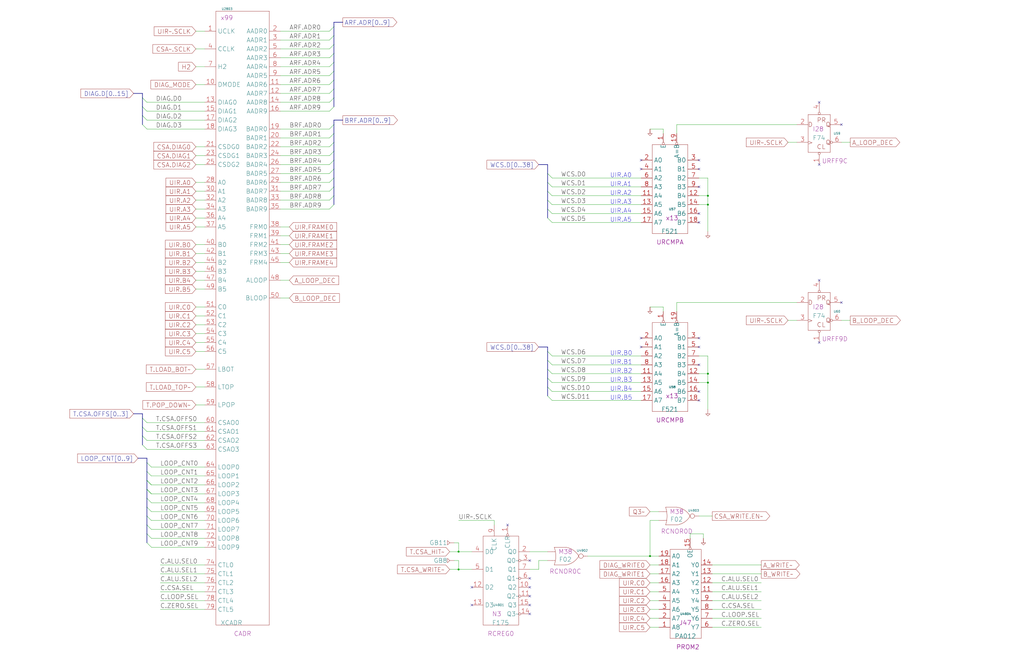
<source format=kicad_sch>
(kicad_sch (version 20230121) (generator eeschema)
  (paper "User" 584.2 378.46)
  (title_block (title "REGISTER FILE CONTROL\\nC ADDRESS GENERATION") (date "15-MAR-90") (rev "1.0") (comment 1 "TYPE") (comment 2 "232-003062") (comment 3 "S400") (comment 4 "RELEASED"))
  (lib_symbols
    (symbol "r1000:F02" (pin_numbers hide) (pin_names hide)
      (property "Reference" "U" (at 12.16 0.635 0))
      (property "Value" "F02" (at -1.27 -4.445 0))
      (property "Location" "___" (at 2.54 0 0))
      (property "Name" "______" (at 2.54 -12.7 0))
      (symbol "F02_0_1"
        (arc (start -3.81 -7.62) (mid -2.9847 -2.54) (end -3.81 2.54) (stroke (width 0.1524)))
        (polyline (pts (xy -5.08 -5.08) (xy -3.175 -5.08)) (stroke (width 0.1524)))
        (polyline (pts (xy -5.08 0) (xy -3.175 0)) (stroke (width 0.1524)))
        (polyline (pts (xy -3.81 -7.62) (xy 2.54 -7.62)) (stroke (width 0.1524)))
        (polyline (pts (xy -3.81 2.54) (xy 2.54 2.54)) (stroke (width 0.1524)))
        (polyline (pts (xy 13.97 -2.54) (xy 12.7 -2.54)) (stroke (width 0.1524)))
        (arc (start 2.54 -7.62) (mid 6.9515 -5.9823) (end 10.16 -2.54) (stroke (width 0.1524)))
        (arc (start 10.16 -2.54) (mid 6.9478 0.8966) (end 2.54 2.54) (stroke (width 0.1524)))
        (circle (center 11.43 -2.54) (radius 1.27) (stroke (width 0.1524)))
      )
      (symbol "F02_0_2"
        (circle (center -3.81 -5.08) (radius 1.27) (stroke (width 0.1524)))
        (circle (center -3.81 0) (radius 1.27) (stroke (width 0.1524)))
        (polyline (pts (xy -2.54 -7.62) (xy 5.08 -7.62)) (stroke (width 0.1524)))
        (polyline (pts (xy -2.54 2.54) (xy -2.54 -7.62)) (stroke (width 0.1524)))
        (polyline (pts (xy -2.54 2.54) (xy 5.08 2.54)) (stroke (width 0.1524)))
        (polyline (pts (xy 11.43 -2.54) (xy 10.16 -2.54)) (stroke (width 0.1524)))
        (polyline (pts (xy 11.43 -2.54) (xy 12.7 -2.54)) (stroke (width 0.1524)))
        (arc (start 5.08 -7.62) (mid 10.1282 -2.54) (end 5.08 2.54) (stroke (width 0.1524)))
      )
      (symbol "F02_1_1"
        (pin input line (at -7.62 0 0) (length 2.54) (name "D0") (number "1"))
        (pin input line (at -7.62 -5.08 0) (length 2.54) (name "D1") (number "2"))
        (pin output line (at 15.24 -2.54 180) (length 1.27) (name "Q") (number "3"))
      )
      (symbol "F02_1_2"
        (pin input line (at -7.62 0 0) (length 2.54) (name "D0") (number "1"))
        (pin input line (at -7.62 -5.08 0) (length 2.54) (name "D1") (number "2"))
        (pin output line (at 15.24 -2.54 180) (length 2.54) (name "Q") (number "3"))
      )
    )
    (symbol "r1000:F175" (pin_names (offset 1.016))
      (property "Reference" "U" (at 2.54 5.08 0))
      (property "Value" "F175" (at -1.27 -5.08 0))
      (property "Location" "___" (at -1.27 0 0))
      (property "Name" "______" (at 3.81 -12.7 0))
      (symbol "F175_1_1"
        (rectangle (start -6.35 44.45) (end 13.97 -6.35))
        (circle (center 7.62 45.085) (radius 0.635))
        (circle (center 14.605 0) (radius 0.635))
        (circle (center 14.605 10.16) (radius 0.635))
        (circle (center 14.605 20.32) (radius 0.635))
        (circle (center 14.605 30.48) (radius 0.635))
        (pin input line (at 7.62 50.8 270) (length 5.08) (name "CLR") (number "1"))
        (pin output line (at 20.32 15.24 180) (length 6.35) (name "Q2") (number "10"))
        (pin output line (at 20.32 10.16 180) (length 5.08) (name "Q2~") (number "11"))
        (pin input line (at -12.7 15.24 0) (length 6.35) (name "D2") (number "12"))
        (pin input line (at -12.7 5.08 0) (length 6.35) (name "D3") (number "13"))
        (pin output line (at 20.32 0 180) (length 5.08) (name "Q3~") (number "14"))
        (pin output line (at 20.32 5.08 180) (length 6.35) (name "Q3") (number "15"))
        (pin output line (at 20.32 35.56 180) (length 6.35) (name "Q0") (number "2"))
        (pin output line (at 20.32 30.48 180) (length 5.08) (name "Q0~") (number "3"))
        (pin input line (at -12.7 35.56 0) (length 6.35) (name "D0") (number "4"))
        (pin input line (at -12.7 25.4 0) (length 6.35) (name "D1") (number "5"))
        (pin output line (at 20.32 20.32 180) (length 5.08) (name "Q1~") (number "6"))
        (pin output line (at 20.32 25.4 180) (length 6.35) (name "Q1") (number "7"))
        (pin input line (at 0 50.8 270) (length 6.35) (name "CLK") (number "9"))
      )
    )
    (symbol "r1000:F521" (pin_names (offset 1.016))
      (property "Reference" "U" (at 2.54 5.08 0))
      (property "Value" "F521" (at -3.81 -7.62 0))
      (property "Location" "___" (at -1.27 0 0))
      (property "Name" "______" (at 1.27 -15.24 0))
      (symbol "F521_1_1"
        (rectangle (start -8.89 41.91) (end 11.43 -8.89))
        (circle (center -2.54 42.545) (radius 0.635))
        (circle (center 5.08 42.545) (radius 0.635))
        (pin input line (at -2.54 48.26 270) (length 5.08) (name "E") (number "1"))
        (pin input line (at -15.24 12.7 0) (length 6.35) (name "A4") (number "11"))
        (pin input line (at 17.78 12.7 180) (length 6.35) (name "B4") (number "12"))
        (pin input line (at -15.24 7.62 0) (length 6.35) (name "A5") (number "13"))
        (pin input line (at 17.78 7.62 180) (length 6.35) (name "B5") (number "14"))
        (pin input line (at -15.24 2.54 0) (length 6.35) (name "A6") (number "15"))
        (pin input line (at 17.78 2.54 180) (length 6.35) (name "B6") (number "16"))
        (pin input line (at -15.24 -2.54 0) (length 6.35) (name "A7") (number "17"))
        (pin input line (at 17.78 -2.54 180) (length 6.35) (name "B7") (number "18"))
        (pin output line (at 5.08 48.26 270) (length 5.08) (name "A=B") (number "19"))
        (pin input line (at -15.24 33.02 0) (length 6.35) (name "A0") (number "2"))
        (pin input line (at 17.78 33.02 180) (length 6.35) (name "B0") (number "3"))
        (pin input line (at -15.24 27.94 0) (length 6.35) (name "A1") (number "4"))
        (pin input line (at 17.78 27.94 180) (length 6.35) (name "B1") (number "5"))
        (pin input line (at -15.24 22.86 0) (length 6.35) (name "A2") (number "6"))
        (pin input line (at 17.78 22.86 180) (length 6.35) (name "B2") (number "7"))
        (pin input line (at -15.24 17.78 0) (length 6.35) (name "A3") (number "8"))
        (pin input line (at 17.78 17.78 180) (length 6.35) (name "B3") (number "9"))
      )
    )
    (symbol "r1000:F74" (pin_names (offset 1.016) hide)
      (property "Reference" "U" (at 12.7 -2.54 0))
      (property "Value" "F74" (at -1.27 -5.08 0))
      (property "Location" "___" (at -1.27 0 0))
      (property "Name" "______" (at 11.43 -19.685 0))
      (symbol "F74_0_1"
        (rectangle (start -3.81 8.255) (end 8.89 -13.335) (stroke (width 0.1524)))
        (polyline (pts (xy 2.54 -15.24) (xy 2.54 -14.605)) (stroke (width 0.1524)))
        (polyline (pts (xy 2.54 10.16) (xy 2.54 9.525)) (stroke (width 0.1524)))
      )
      (symbol "F74_1_1"
        (circle (center 2.54 -13.97) (radius 0.635))
        (circle (center 2.54 8.89) (radius 0.635))
        (circle (center 9.525 -7.62) (radius 0.635))
        (text ">" (at -2.54 -7.62 0) (effects (font (size 2.54 2.54))))
        (text "C" (at 2.54 -10.16 0) (effects (font (size 2.54 2.54))))
        (text "D" (at -2.54 2.54 0) (effects (font (size 2.54 2.54))))
        (text "L" (at 5.08 -10.16 0) (effects (font (size 2.54 2.54))))
        (text "P" (at 2.54 5.08 0) (effects (font (size 2.54 2.54))))
        (text "Q" (at 7.62 -7.62 0) (effects (font (size 2.54 2.54))))
        (text "Q" (at 7.62 2.54 0) (effects (font (size 2.54 2.54))))
        (text "R" (at 5.08 5.08 0) (effects (font (size 2.54 2.54))))
        (pin input line (at 2.54 -20.32 90) (length 5.08) (name "CL_") (number "1"))
        (pin input line (at -10.16 2.54 0) (length 6.35) (name "D") (number "2"))
        (pin input line (at -10.16 -7.62 0) (length 6.35) (name "CLK") (number "3"))
        (pin input line (at 2.54 15.24 270) (length 5.08) (name "PR_") (number "4"))
        (pin output line (at 15.24 2.54 180) (length 6.35) (name "Q") (number "5"))
        (pin output line (at 15.24 -7.62 180) (length 5.08) (name "Q_") (number "6"))
      )
    )
    (symbol "r1000:GB" (pin_numbers hide) (pin_names (offset 0) hide)
      (property "Reference" "GB" (at 3.81 0 0))
      (symbol "GB_0_1"
        (polyline (pts (xy 2.54 0) (xy 3.81 1.27) (xy 3.81 -1.27) (xy 2.54 0)) (stroke (width 0.1524)))
      )
      (symbol "GB_1_1"
        (pin bidirectional line (at 0 0 0) (length 2.54) (name "") (number "1"))
      )
    )
    (symbol "r1000:PAxxx" (pin_names (offset 1.016))
      (property "Reference" "U" (at 2.54 5.08 0))
      (property "Value" "PAxxx" (at -3.81 -7.62 0))
      (property "Location" "___" (at -1.27 0 0))
      (property "Name" "______" (at 3.81 -15.24 0))
      (symbol "PAxxx_1_1"
        (rectangle (start -6.35 41.91) (end 11.43 -8.89))
        (circle (center 5.08 42.545) (radius 0.635))
        (pin input line (at -12.7 -2.54 0) (length 6.35) (name "A8") (number "1"))
        (pin tri_state line (at 17.78 17.78 180) (length 6.35) (name "Y3") (number "11"))
        (pin tri_state line (at 17.78 22.86 180) (length 6.35) (name "Y2") (number "12"))
        (pin tri_state line (at 17.78 27.94 180) (length 6.35) (name "Y1") (number "13"))
        (pin tri_state line (at 17.78 33.02 180) (length 6.35) (name "Y0") (number "14"))
        (pin input line (at 5.08 48.26 270) (length 5.08) (name "OE") (number "15"))
        (pin input line (at -12.7 22.86 0) (length 6.35) (name "A3") (number "16"))
        (pin input line (at -12.7 27.94 0) (length 6.35) (name "A2") (number "17"))
        (pin input line (at -12.7 33.02 0) (length 6.35) (name "A1") (number "18"))
        (pin input line (at -12.7 38.1 0) (length 6.35) (name "A0") (number "19"))
        (pin input line (at -12.7 2.54 0) (length 6.35) (name "A7") (number "2"))
        (pin input line (at -12.7 7.62 0) (length 6.35) (name "A6") (number "3"))
        (pin input line (at -12.7 12.7 0) (length 6.35) (name "A5") (number "4"))
        (pin input line (at -12.7 17.78 0) (length 6.35) (name "A4") (number "5"))
        (pin tri_state line (at 17.78 -2.54 180) (length 6.35) (name "Y7") (number "6"))
        (pin tri_state line (at 17.78 2.54 180) (length 6.35) (name "Y6") (number "7"))
        (pin tri_state line (at 17.78 7.62 180) (length 6.35) (name "Y5") (number "8"))
        (pin tri_state line (at 17.78 12.7 180) (length 6.35) (name "Y4") (number "9"))
      )
    )
    (symbol "r1000:PD" (power) (pin_numbers hide) (pin_names hide) (in_bom no)
      (symbol "PD_0_1"
        (polyline (pts (xy 0 -2.54) (xy 1.27 -2.54) (xy 0 -3.81) (xy -1.27 -2.54) (xy 0 -2.54)) (stroke (width 0.1524)))
      )
      (symbol "PD_1_1"
        (pin power_in line (at 0 0 270) (length 2.54) (name "PD") (number "1"))
      )
    )
    (symbol "r1000:XCADR" (pin_names (offset 1.016))
      (property "Reference" "U" (at 2.54 5.08 0))
      (property "Value" "XCADR" (at -1.27 -345.44 0))
      (property "Location" "___" (at -1.27 0 0))
      (property "Name" "______" (at 11.43 -353.06 0))
      (symbol "XCADR_1_1"
        (rectangle (start -3.81 3.81) (end 26.67 -346.71))
        (pin input line (at -10.16 -7.62 0) (length 6.35) (name "UCLK") (number "1"))
        (pin input line (at -10.16 -38.1 0) (length 6.35) (name "DMODE") (number "10"))
        (pin output line (at 33.02 -38.1 180) (length 6.35) (name "AADR6") (number "11"))
        (pin output line (at 33.02 -43.18 180) (length 6.35) (name "AADR7") (number "12"))
        (pin input line (at -10.16 -48.26 0) (length 6.35) (name "DIAG0") (number "13"))
        (pin output line (at 33.02 -48.26 180) (length 6.35) (name "AADR8") (number "14"))
        (pin input line (at -10.16 -53.34 0) (length 6.35) (name "DIAG1") (number "15"))
        (pin output line (at 33.02 -53.34 180) (length 6.35) (name "AADR9") (number "16"))
        (pin input line (at -10.16 -58.42 0) (length 6.35) (name "DIAG2") (number "17"))
        (pin input line (at -10.16 -63.5 0) (length 6.35) (name "DIAG3") (number "18"))
        (pin output line (at 33.02 -63.5 180) (length 6.35) (name "BADR0") (number "19"))
        (pin output line (at 33.02 -7.62 180) (length 6.35) (name "AADR0") (number "2"))
        (pin output line (at 33.02 -68.58 180) (length 6.35) (name "BADR1") (number "20"))
        (pin input line (at -10.16 -73.66 0) (length 6.35) (name "CSDG0") (number "21"))
        (pin output line (at 33.02 -73.66 180) (length 6.35) (name "BADR2") (number "22"))
        (pin input line (at -10.16 -78.74 0) (length 6.35) (name "CSDG1") (number "23"))
        (pin output line (at 33.02 -78.74 180) (length 6.35) (name "BADR3") (number "24"))
        (pin input line (at -10.16 -83.82 0) (length 6.35) (name "CSDG2") (number "25"))
        (pin output line (at 33.02 -83.82 180) (length 6.35) (name "BADR4") (number "26"))
        (pin output line (at 33.02 -88.9 180) (length 6.35) (name "BADR5") (number "27"))
        (pin input line (at -10.16 -93.98 0) (length 6.35) (name "A0") (number "28"))
        (pin output line (at 33.02 -93.98 180) (length 6.35) (name "BADR6") (number "29"))
        (pin output line (at 33.02 -12.7 180) (length 6.35) (name "AADR1") (number "3"))
        (pin input line (at -10.16 -99.06 0) (length 6.35) (name "A1") (number "30"))
        (pin output line (at 33.02 -99.06 180) (length 6.35) (name "BADR7") (number "31"))
        (pin input line (at -10.16 -104.14 0) (length 6.35) (name "A2") (number "32"))
        (pin output line (at 33.02 -104.14 180) (length 6.35) (name "BADR8") (number "33"))
        (pin input line (at -10.16 -109.22 0) (length 6.35) (name "A3") (number "34"))
        (pin output line (at 33.02 -109.22 180) (length 6.35) (name "BADR9") (number "35"))
        (pin input line (at -10.16 -114.3 0) (length 6.35) (name "A4") (number "36"))
        (pin input line (at -10.16 -119.38 0) (length 6.35) (name "A5") (number "37"))
        (pin input line (at 33.02 -119.38 180) (length 6.35) (name "FRM0") (number "38"))
        (pin input line (at 33.02 -124.46 180) (length 6.35) (name "FRM1") (number "39"))
        (pin input line (at -10.16 -17.78 0) (length 6.35) (name "CCLK") (number "4"))
        (pin input line (at -10.16 -129.54 0) (length 6.35) (name "B0") (number "40"))
        (pin input line (at 33.02 -129.54 180) (length 6.35) (name "FRM2") (number "41"))
        (pin input line (at -10.16 -134.62 0) (length 6.35) (name "B1") (number "42"))
        (pin input line (at 33.02 -134.62 180) (length 6.35) (name "FRM3") (number "43"))
        (pin input line (at -10.16 -139.7 0) (length 6.35) (name "B2") (number "44"))
        (pin input line (at 33.02 -139.7 180) (length 6.35) (name "FRM4") (number "45"))
        (pin input line (at -10.16 -144.78 0) (length 6.35) (name "B3") (number "46"))
        (pin input line (at -10.16 -149.86 0) (length 6.35) (name "B4") (number "47"))
        (pin input line (at 33.02 -149.86 180) (length 6.35) (name "ALOOP") (number "48"))
        (pin input line (at -10.16 -154.94 0) (length 6.35) (name "B5") (number "49"))
        (pin output line (at 33.02 -17.78 180) (length 6.35) (name "AADR2") (number "5"))
        (pin input line (at 33.02 -160.02 180) (length 6.35) (name "BLOOP") (number "50"))
        (pin input line (at -10.16 -165.1 0) (length 6.35) (name "C0") (number "51"))
        (pin input line (at -10.16 -170.18 0) (length 6.35) (name "C1") (number "52"))
        (pin input line (at -10.16 -175.26 0) (length 6.35) (name "C2") (number "53"))
        (pin input line (at -10.16 -180.34 0) (length 6.35) (name "C3") (number "54"))
        (pin input line (at -10.16 -185.42 0) (length 6.35) (name "C4") (number "55"))
        (pin input line (at -10.16 -190.5 0) (length 6.35) (name "C5") (number "56"))
        (pin input line (at -10.16 -200.66 0) (length 6.35) (name "LBOT") (number "57"))
        (pin input line (at -10.16 -210.82 0) (length 6.35) (name "LTOP") (number "58"))
        (pin input line (at -10.16 -220.98 0) (length 6.35) (name "LPOP") (number "59"))
        (pin output line (at 33.02 -22.86 180) (length 6.35) (name "AADR3") (number "6"))
        (pin input line (at -10.16 -231.14 0) (length 6.35) (name "CSAO0") (number "60"))
        (pin input line (at -10.16 -236.22 0) (length 6.35) (name "CSAO1") (number "61"))
        (pin input line (at -10.16 -241.3 0) (length 6.35) (name "CSAO2") (number "62"))
        (pin input line (at -10.16 -246.38 0) (length 6.35) (name "CSAO3") (number "63"))
        (pin input line (at -10.16 -256.54 0) (length 6.35) (name "LOOP0") (number "64"))
        (pin input line (at -10.16 -261.62 0) (length 6.35) (name "LOOP1") (number "65"))
        (pin input line (at -10.16 -266.7 0) (length 6.35) (name "LOOP2") (number "66"))
        (pin input line (at -10.16 -271.78 0) (length 6.35) (name "LOOP3") (number "67"))
        (pin input line (at -10.16 -276.86 0) (length 6.35) (name "LOOP4") (number "68"))
        (pin input line (at -10.16 -281.94 0) (length 6.35) (name "LOOP5") (number "69"))
        (pin input line (at -10.16 -27.94 0) (length 6.35) (name "H2") (number "7"))
        (pin input line (at -10.16 -287.02 0) (length 6.35) (name "LOOP6") (number "70"))
        (pin input line (at -10.16 -292.1 0) (length 6.35) (name "LOOP7") (number "71"))
        (pin input line (at -10.16 -297.18 0) (length 6.35) (name "LOOP8") (number "72"))
        (pin input line (at -10.16 -302.26 0) (length 6.35) (name "LOOP9") (number "73"))
        (pin input line (at -10.16 -312.42 0) (length 6.35) (name "CTL0") (number "74"))
        (pin input line (at -10.16 -317.5 0) (length 6.35) (name "CTL1") (number "75"))
        (pin input line (at -10.16 -322.58 0) (length 6.35) (name "CTL2") (number "76"))
        (pin input line (at -10.16 -327.66 0) (length 6.35) (name "CTL3") (number "77"))
        (pin input line (at -10.16 -332.74 0) (length 6.35) (name "CTL4") (number "78"))
        (pin input line (at -10.16 -337.82 0) (length 6.35) (name "CTL5") (number "79"))
        (pin output line (at 33.02 -27.94 180) (length 6.35) (name "AADR4") (number "8"))
        (pin output line (at 33.02 -33.02 180) (length 6.35) (name "AADR5") (number "9"))
      )
    )
  )
  (junction (at 261.62 325.12))
  (junction (at 403.86 218.44))
  (junction (at 403.86 116.84))
  (junction (at 403.86 213.36))
  (junction (at 261.62 314.96))
  (junction (at 370.84 317.5))
  (junction (at 403.86 111.76))
  (no_connect (at 398.78 96.52))
  (no_connect (at 398.78 223.52))
  (no_connect (at 365.76 91.44))
  (no_connect (at 269.24 345.44))
  (no_connect (at 398.78 91.44))
  (no_connect (at 398.78 127))
  (no_connect (at 467.36 160.02))
  (no_connect (at 480.06 71.12))
  (no_connect (at 398.78 208.28))
  (no_connect (at 302.26 335.28))
  (no_connect (at 302.26 345.44))
  (no_connect (at 302.26 340.36))
  (no_connect (at 365.76 193.04))
  (no_connect (at 467.36 58.42))
  (no_connect (at 467.36 93.98))
  (no_connect (at 480.06 172.72))
  (no_connect (at 365.76 96.52))
  (no_connect (at 302.26 350.52))
  (no_connect (at 398.78 106.68))
  (no_connect (at 398.78 193.04))
  (no_connect (at 467.36 195.58))
  (no_connect (at 398.78 198.12))
  (no_connect (at 302.26 320.04))
  (no_connect (at 398.78 228.6))
  (no_connect (at 269.24 335.28))
  (no_connect (at 289.56 299.72))
  (no_connect (at 365.76 198.12))
  (no_connect (at 302.26 330.2))
  (no_connect (at 398.78 121.92))
  (bus_entry (at 190.5 86.36) (size -2.54 2.54))
  (bus_entry (at 83.82 279.4) (size 2.54 2.54))
  (bus_entry (at 190.5 91.44) (size -2.54 2.54))
  (bus_entry (at 81.28 254) (size 2.54 2.54))
  (bus_entry (at 83.82 289.56) (size 2.54 2.54))
  (bus_entry (at 312.42 200.66) (size 2.54 2.54))
  (bus_entry (at 83.82 309.88) (size 2.54 2.54))
  (bus_entry (at 190.5 20.32) (size -2.54 2.54))
  (bus_entry (at 312.42 226.06) (size 2.54 2.54))
  (bus_entry (at 81.28 243.84) (size 2.54 2.54))
  (bus_entry (at 81.28 248.92) (size 2.54 2.54))
  (bus_entry (at 81.28 238.76) (size 2.54 2.54))
  (bus_entry (at 312.42 99.06) (size 2.54 2.54))
  (bus_entry (at 83.82 284.48) (size 2.54 2.54))
  (bus_entry (at 81.28 71.12) (size 2.54 2.54))
  (bus_entry (at 190.5 55.88) (size -2.54 2.54))
  (bus_entry (at 312.42 215.9) (size 2.54 2.54))
  (bus_entry (at 190.5 45.72) (size -2.54 2.54))
  (bus_entry (at 190.5 25.4) (size -2.54 2.54))
  (bus_entry (at 312.42 124.46) (size 2.54 2.54))
  (bus_entry (at 190.5 106.68) (size -2.54 2.54))
  (bus_entry (at 81.28 66.04) (size 2.54 2.54))
  (bus_entry (at 312.42 210.82) (size 2.54 2.54))
  (bus_entry (at 190.5 15.24) (size -2.54 2.54))
  (bus_entry (at 81.28 60.96) (size 2.54 2.54))
  (bus_entry (at 190.5 101.6) (size -2.54 2.54))
  (bus_entry (at 83.82 299.72) (size 2.54 2.54))
  (bus_entry (at 83.82 274.32) (size 2.54 2.54))
  (bus_entry (at 312.42 220.98) (size 2.54 2.54))
  (bus_entry (at 83.82 264.16) (size 2.54 2.54))
  (bus_entry (at 83.82 279.4) (size 2.54 2.54))
  (bus_entry (at 312.42 205.74) (size 2.54 2.54))
  (bus_entry (at 190.5 76.2) (size -2.54 2.54))
  (bus_entry (at 312.42 104.14) (size 2.54 2.54))
  (bus_entry (at 190.5 35.56) (size -2.54 2.54))
  (bus_entry (at 190.5 30.48) (size -2.54 2.54))
  (bus_entry (at 190.5 116.84) (size -2.54 2.54))
  (bus_entry (at 81.28 55.88) (size 2.54 2.54))
  (bus_entry (at 190.5 81.28) (size -2.54 2.54))
  (bus_entry (at 312.42 109.22) (size 2.54 2.54))
  (bus_entry (at 190.5 96.52) (size -2.54 2.54))
  (bus_entry (at 190.5 111.76) (size -2.54 2.54))
  (bus_entry (at 190.5 40.64) (size -2.54 2.54))
  (bus_entry (at 83.82 294.64) (size 2.54 2.54))
  (bus_entry (at 83.82 274.32) (size 2.54 2.54))
  (bus_entry (at 83.82 304.8) (size 2.54 2.54))
  (bus_entry (at 312.42 114.3) (size 2.54 2.54))
  (bus_entry (at 312.42 119.38) (size 2.54 2.54))
  (bus_entry (at 83.82 269.24) (size 2.54 2.54))
  (bus_entry (at 190.5 71.12) (size -2.54 2.54))
  (bus_entry (at 190.5 50.8) (size -2.54 2.54))
  (bus_entry (at 190.5 60.96) (size -2.54 2.54))
  (wire (pts (xy 111.76 185.42) (xy 116.84 185.42)))
  (wire (pts (xy 111.76 114.3) (xy 116.84 114.3)))
  (bus (pts (xy 312.42 99.06) (xy 312.42 104.14)))
  (wire (pts (xy 111.76 104.14) (xy 116.84 104.14)))
  (wire (pts (xy 314.96 116.84) (xy 365.76 116.84)))
  (wire (pts (xy 398.78 294.64) (xy 406.4 294.64)))
  (wire (pts (xy 111.76 124.46) (xy 116.84 124.46)))
  (wire (pts (xy 86.36 292.1) (xy 116.84 292.1)))
  (wire (pts (xy 261.62 325.12) (xy 269.24 325.12)))
  (wire (pts (xy 160.02 83.82) (xy 187.96 83.82)))
  (wire (pts (xy 111.76 154.94) (xy 116.84 154.94)))
  (wire (pts (xy 165.1 129.54) (xy 160.02 129.54)))
  (wire (pts (xy 111.76 165.1) (xy 116.84 165.1)))
  (bus (pts (xy 307.34 198.12) (xy 312.42 198.12)))
  (wire (pts (xy 480.06 81.28) (xy 485.14 81.28)))
  (wire (pts (xy 160.02 73.66) (xy 187.96 73.66)))
  (wire (pts (xy 403.86 218.44) (xy 403.86 233.68)))
  (wire (pts (xy 261.62 297.18) (xy 281.94 297.18)))
  (wire (pts (xy 406.4 358.14) (xy 434.34 358.14)))
  (wire (pts (xy 370.84 327.66) (xy 375.92 327.66)))
  (bus (pts (xy 190.5 81.28) (xy 190.5 76.2)))
  (wire (pts (xy 281.94 299.72) (xy 281.94 297.18)))
  (wire (pts (xy 83.82 241.3) (xy 116.84 241.3)))
  (wire (pts (xy 83.82 63.5) (xy 116.84 63.5)))
  (wire (pts (xy 370.84 175.26) (xy 378.46 175.26)))
  (wire (pts (xy 370.84 358.14) (xy 375.92 358.14)))
  (wire (pts (xy 314.96 121.92) (xy 365.76 121.92)))
  (wire (pts (xy 165.1 139.7) (xy 160.02 139.7)))
  (wire (pts (xy 261.62 320.04) (xy 261.62 325.12)))
  (bus (pts (xy 83.82 284.48) (xy 83.82 289.56)))
  (wire (pts (xy 111.76 129.54) (xy 116.84 129.54)))
  (bus (pts (xy 83.82 264.16) (xy 83.82 261.62)))
  (wire (pts (xy 91.44 337.82) (xy 116.84 337.82)))
  (wire (pts (xy 83.82 58.42) (xy 116.84 58.42)))
  (wire (pts (xy 403.86 116.84) (xy 403.86 132.08)))
  (wire (pts (xy 307.34 325.12) (xy 302.26 325.12)))
  (bus (pts (xy 312.42 215.9) (xy 312.42 210.82)))
  (bus (pts (xy 190.5 68.58) (xy 195.58 68.58)))
  (wire (pts (xy 403.86 101.6) (xy 403.86 111.76)))
  (bus (pts (xy 190.5 116.84) (xy 190.5 111.76)))
  (wire (pts (xy 370.84 317.5) (xy 370.84 297.18)))
  (bus (pts (xy 312.42 215.9) (xy 312.42 220.98)))
  (wire (pts (xy 83.82 73.66) (xy 116.84 73.66)))
  (bus (pts (xy 312.42 114.3) (xy 312.42 109.22)))
  (bus (pts (xy 190.5 101.6) (xy 190.5 96.52)))
  (wire (pts (xy 314.96 213.36) (xy 365.76 213.36)))
  (wire (pts (xy 370.84 337.82) (xy 375.92 337.82)))
  (wire (pts (xy 386.08 76.2) (xy 386.08 71.12)))
  (wire (pts (xy 91.44 347.98) (xy 116.84 347.98)))
  (wire (pts (xy 160.02 58.42) (xy 187.96 58.42)))
  (wire (pts (xy 403.86 111.76) (xy 403.86 116.84)))
  (wire (pts (xy 160.02 17.78) (xy 187.96 17.78)))
  (wire (pts (xy 314.96 101.6) (xy 365.76 101.6)))
  (wire (pts (xy 449.58 81.28) (xy 454.66 81.28)))
  (wire (pts (xy 406.4 332.74) (xy 434.34 332.74)))
  (wire (pts (xy 83.82 256.54) (xy 116.84 256.54)))
  (wire (pts (xy 160.02 114.3) (xy 187.96 114.3)))
  (wire (pts (xy 403.86 203.2) (xy 403.86 213.36)))
  (wire (pts (xy 370.84 297.18) (xy 375.92 297.18)))
  (wire (pts (xy 83.82 246.38) (xy 116.84 246.38)))
  (wire (pts (xy 86.36 307.34) (xy 116.84 307.34)))
  (wire (pts (xy 160.02 27.94) (xy 187.96 27.94)))
  (wire (pts (xy 111.76 200.66) (xy 116.84 200.66)))
  (wire (pts (xy 111.76 144.78) (xy 116.84 144.78)))
  (bus (pts (xy 83.82 304.8) (xy 83.82 309.88)))
  (wire (pts (xy 160.02 88.9) (xy 187.96 88.9)))
  (wire (pts (xy 160.02 93.98) (xy 187.96 93.98)))
  (wire (pts (xy 370.84 292.1) (xy 375.92 292.1)))
  (wire (pts (xy 480.06 182.88) (xy 485.14 182.88)))
  (bus (pts (xy 190.5 35.56) (xy 190.5 30.48)))
  (wire (pts (xy 406.4 347.98) (xy 434.34 347.98)))
  (wire (pts (xy 86.36 302.26) (xy 116.84 302.26)))
  (wire (pts (xy 86.36 297.18) (xy 116.84 297.18)))
  (wire (pts (xy 307.34 320.04) (xy 307.34 325.12)))
  (bus (pts (xy 81.28 238.76) (xy 81.28 243.84)))
  (wire (pts (xy 111.76 48.26) (xy 116.84 48.26)))
  (wire (pts (xy 165.1 134.62) (xy 160.02 134.62)))
  (wire (pts (xy 370.84 322.58) (xy 375.92 322.58)))
  (wire (pts (xy 370.84 353.06) (xy 375.92 353.06)))
  (wire (pts (xy 91.44 327.66) (xy 116.84 327.66)))
  (wire (pts (xy 370.84 332.74) (xy 375.92 332.74)))
  (bus (pts (xy 83.82 264.16) (xy 83.82 269.24)))
  (bus (pts (xy 312.42 220.98) (xy 312.42 226.06)))
  (bus (pts (xy 83.82 269.24) (xy 83.82 274.32)))
  (bus (pts (xy 190.5 12.7) (xy 195.58 12.7)))
  (wire (pts (xy 111.76 190.5) (xy 116.84 190.5)))
  (wire (pts (xy 393.7 304.8) (xy 393.7 307.34)))
  (bus (pts (xy 190.5 15.24) (xy 190.5 12.7)))
  (wire (pts (xy 314.96 208.28) (xy 365.76 208.28)))
  (wire (pts (xy 111.76 210.82) (xy 116.84 210.82)))
  (wire (pts (xy 165.1 144.78) (xy 160.02 144.78)))
  (wire (pts (xy 406.4 353.06) (xy 434.34 353.06)))
  (wire (pts (xy 398.78 111.76) (xy 403.86 111.76)))
  (wire (pts (xy 370.84 73.66) (xy 378.46 73.66)))
  (wire (pts (xy 398.78 101.6) (xy 403.86 101.6)))
  (wire (pts (xy 398.78 116.84) (xy 403.86 116.84)))
  (wire (pts (xy 160.02 119.38) (xy 187.96 119.38)))
  (wire (pts (xy 160.02 63.5) (xy 187.96 63.5)))
  (wire (pts (xy 86.36 287.02) (xy 116.84 287.02)))
  (wire (pts (xy 111.76 88.9) (xy 116.84 88.9)))
  (bus (pts (xy 190.5 71.12) (xy 190.5 68.58)))
  (bus (pts (xy 307.34 93.98) (xy 312.42 93.98)))
  (wire (pts (xy 370.84 317.5) (xy 375.92 317.5)))
  (bus (pts (xy 190.5 76.2) (xy 190.5 71.12)))
  (bus (pts (xy 83.82 299.72) (xy 83.82 304.8)))
  (bus (pts (xy 81.28 53.34) (xy 81.28 55.88)))
  (wire (pts (xy 261.62 309.88) (xy 261.62 314.96)))
  (bus (pts (xy 81.28 66.04) (xy 81.28 71.12)))
  (wire (pts (xy 378.46 73.66) (xy 378.46 76.2)))
  (bus (pts (xy 312.42 93.98) (xy 312.42 99.06)))
  (wire (pts (xy 314.96 127) (xy 365.76 127)))
  (bus (pts (xy 312.42 119.38) (xy 312.42 124.46)))
  (wire (pts (xy 259.08 309.88) (xy 261.62 309.88)))
  (wire (pts (xy 160.02 170.18) (xy 165.1 170.18)))
  (wire (pts (xy 111.76 17.78) (xy 116.84 17.78)))
  (wire (pts (xy 314.96 228.6) (xy 365.76 228.6)))
  (bus (pts (xy 190.5 30.48) (xy 190.5 25.4)))
  (wire (pts (xy 111.76 195.58) (xy 116.84 195.58)))
  (wire (pts (xy 86.36 266.7) (xy 116.84 266.7)))
  (wire (pts (xy 401.32 304.8) (xy 393.7 304.8)))
  (wire (pts (xy 111.76 180.34) (xy 116.84 180.34)))
  (wire (pts (xy 160.02 22.86) (xy 187.96 22.86)))
  (wire (pts (xy 314.96 218.44) (xy 365.76 218.44)))
  (wire (pts (xy 83.82 68.58) (xy 116.84 68.58)))
  (wire (pts (xy 160.02 109.22) (xy 187.96 109.22)))
  (wire (pts (xy 261.62 314.96) (xy 269.24 314.96)))
  (bus (pts (xy 312.42 114.3) (xy 312.42 119.38)))
  (wire (pts (xy 86.36 271.78) (xy 116.84 271.78)))
  (bus (pts (xy 190.5 50.8) (xy 190.5 45.72)))
  (wire (pts (xy 256.54 325.12) (xy 261.62 325.12)))
  (bus (pts (xy 190.5 96.52) (xy 190.5 91.44)))
  (wire (pts (xy 406.4 337.82) (xy 434.34 337.82)))
  (wire (pts (xy 398.78 203.2) (xy 403.86 203.2)))
  (wire (pts (xy 386.08 177.8) (xy 386.08 172.72)))
  (wire (pts (xy 111.76 220.98) (xy 116.84 220.98)))
  (wire (pts (xy 111.76 119.38) (xy 116.84 119.38)))
  (wire (pts (xy 111.76 38.1) (xy 116.84 38.1)))
  (bus (pts (xy 81.28 248.92) (xy 81.28 254)))
  (wire (pts (xy 111.76 231.14) (xy 116.84 231.14)))
  (wire (pts (xy 386.08 172.72) (xy 454.66 172.72)))
  (bus (pts (xy 190.5 20.32) (xy 190.5 15.24)))
  (wire (pts (xy 86.36 312.42) (xy 116.84 312.42)))
  (wire (pts (xy 403.86 213.36) (xy 403.86 218.44)))
  (wire (pts (xy 111.76 93.98) (xy 116.84 93.98)))
  (wire (pts (xy 314.96 111.76) (xy 365.76 111.76)))
  (bus (pts (xy 190.5 91.44) (xy 190.5 86.36)))
  (wire (pts (xy 160.02 48.26) (xy 187.96 48.26)))
  (wire (pts (xy 111.76 175.26) (xy 116.84 175.26)))
  (bus (pts (xy 190.5 86.36) (xy 190.5 81.28)))
  (wire (pts (xy 160.02 78.74) (xy 187.96 78.74)))
  (wire (pts (xy 256.54 314.96) (xy 261.62 314.96)))
  (wire (pts (xy 398.78 218.44) (xy 403.86 218.44)))
  (bus (pts (xy 312.42 200.66) (xy 312.42 205.74)))
  (wire (pts (xy 91.44 342.9) (xy 116.84 342.9)))
  (wire (pts (xy 111.76 149.86) (xy 116.84 149.86)))
  (wire (pts (xy 160.02 104.14) (xy 187.96 104.14)))
  (bus (pts (xy 190.5 40.64) (xy 190.5 35.56)))
  (bus (pts (xy 81.28 236.22) (xy 81.28 238.76)))
  (wire (pts (xy 160.02 53.34) (xy 187.96 53.34)))
  (bus (pts (xy 190.5 60.96) (xy 190.5 55.88)))
  (wire (pts (xy 398.78 213.36) (xy 403.86 213.36)))
  (bus (pts (xy 312.42 198.12) (xy 312.42 200.66)))
  (bus (pts (xy 83.82 294.64) (xy 83.82 289.56)))
  (wire (pts (xy 165.1 149.86) (xy 160.02 149.86)))
  (bus (pts (xy 81.28 243.84) (xy 81.28 248.92)))
  (bus (pts (xy 190.5 25.4) (xy 190.5 20.32)))
  (wire (pts (xy 406.4 322.58) (xy 434.34 322.58)))
  (bus (pts (xy 81.28 55.88) (xy 81.28 60.96)))
  (wire (pts (xy 401.32 307.34) (xy 401.32 304.8)))
  (bus (pts (xy 190.5 106.68) (xy 190.5 101.6)))
  (bus (pts (xy 76.2 236.22) (xy 81.28 236.22)))
  (wire (pts (xy 312.42 320.04) (xy 307.34 320.04)))
  (wire (pts (xy 314.96 223.52) (xy 365.76 223.52)))
  (bus (pts (xy 83.82 274.32) (xy 83.82 279.4)))
  (bus (pts (xy 190.5 111.76) (xy 190.5 106.68)))
  (wire (pts (xy 370.84 347.98) (xy 375.92 347.98)))
  (wire (pts (xy 91.44 332.74) (xy 116.84 332.74)))
  (wire (pts (xy 314.96 203.2) (xy 365.76 203.2)))
  (wire (pts (xy 111.76 139.7) (xy 116.84 139.7)))
  (bus (pts (xy 312.42 104.14) (xy 312.42 109.22)))
  (bus (pts (xy 190.5 55.88) (xy 190.5 50.8)))
  (wire (pts (xy 449.58 182.88) (xy 454.66 182.88)))
  (wire (pts (xy 160.02 99.06) (xy 187.96 99.06)))
  (wire (pts (xy 335.28 317.5) (xy 370.84 317.5)))
  (wire (pts (xy 386.08 71.12) (xy 454.66 71.12)))
  (wire (pts (xy 111.76 109.22) (xy 116.84 109.22)))
  (bus (pts (xy 190.5 45.72) (xy 190.5 40.64)))
  (wire (pts (xy 259.08 320.04) (xy 261.62 320.04)))
  (wire (pts (xy 111.76 83.82) (xy 116.84 83.82)))
  (bus (pts (xy 312.42 205.74) (xy 312.42 210.82)))
  (bus (pts (xy 83.82 279.4) (xy 83.82 284.48)))
  (wire (pts (xy 160.02 38.1) (xy 187.96 38.1)))
  (wire (pts (xy 378.46 175.26) (xy 378.46 177.8)))
  (wire (pts (xy 314.96 106.68) (xy 365.76 106.68)))
  (wire (pts (xy 91.44 322.58) (xy 116.84 322.58)))
  (wire (pts (xy 111.76 160.02) (xy 116.84 160.02)))
  (bus (pts (xy 83.82 294.64) (xy 83.82 299.72)))
  (wire (pts (xy 111.76 27.94) (xy 116.84 27.94)))
  (bus (pts (xy 81.28 60.96) (xy 81.28 66.04)))
  (bus (pts (xy 76.2 53.34) (xy 81.28 53.34)))
  (wire (pts (xy 406.4 327.66) (xy 434.34 327.66)))
  (wire (pts (xy 160.02 160.02) (xy 165.1 160.02)))
  (wire (pts (xy 160.02 43.18) (xy 187.96 43.18)))
  (wire (pts (xy 160.02 33.02) (xy 187.96 33.02)))
  (wire (pts (xy 302.26 314.96) (xy 312.42 314.96)))
  (wire (pts (xy 86.36 276.86) (xy 116.84 276.86)))
  (wire (pts (xy 370.84 342.9) (xy 375.92 342.9)))
  (bus (pts (xy 83.82 261.62) (xy 78.74 261.62)))
  (wire (pts (xy 86.36 281.94) (xy 116.84 281.94)))
  (wire (pts (xy 406.4 342.9) (xy 434.34 342.9)))
  (wire (pts (xy 83.82 251.46) (xy 116.84 251.46)))
  (text "UIR.A2" (at 347.98 111.76 0) (effects (font (size 2.54 2.54)) (justify left bottom)))
  (text "UIR.B1" (at 347.98 208.28 0) (effects (font (size 2.54 2.54)) (justify left bottom)))
  (text "UIR.A4" (at 347.98 121.92 0) (effects (font (size 2.54 2.54)) (justify left bottom)))
  (text "UIR.A0" (at 347.98 101.6 0) (effects (font (size 2.54 2.54)) (justify left bottom)))
  (text "UIR.B5" (at 347.98 228.6 0) (effects (font (size 2.54 2.54)) (justify left bottom)))
  (text "UIR.B0" (at 347.98 203.2 0) (effects (font (size 2.54 2.54)) (justify left bottom)))
  (text "UIR.B3" (at 347.98 218.44 0) (effects (font (size 2.54 2.54)) (justify left bottom)))
  (text "UIR.A1" (at 347.98 106.68 0) (effects (font (size 2.54 2.54)) (justify left bottom)))
  (text "UIR.A5" (at 347.98 127 0) (effects (font (size 2.54 2.54)) (justify left bottom)))
  (text "UIR.B4" (at 347.98 223.52 0) (effects (font (size 2.54 2.54)) (justify left bottom)))
  (text "UIR.B2" (at 347.98 213.36 0) (effects (font (size 2.54 2.54)) (justify left bottom)))
  (text "UIR.A3" (at 347.98 116.84 0) (effects (font (size 2.54 2.54)) (justify left bottom)))
  (label "BRF.ADR6" (at 165.1 104.14 0) (effects (font (size 2.54 2.54))))
  (label "LOOP_CNT2" (at 91.44 276.86 0) (effects (font (size 2.54 2.54))))
  (label "WCS.D5" (at 320.04 127 0) (effects (font (size 2.54 2.54))))
  (label "C.ALU.SEL1" (at 91.44 327.66 0) (effects (font (size 2.54 2.54))))
  (label "LOOP_CNT7" (at 91.44 302.26 0) (effects (font (size 2.54 2.54))))
  (label "C.ALU.SEL1" (at 411.48 337.82 0) (effects (font (size 2.54 2.54))))
  (label "BRF.ADR7" (at 165.1 109.22 0) (effects (font (size 2.54 2.54))))
  (label "C.ZERO.SEL" (at 91.44 347.98 0) (effects (font (size 2.54 2.54))))
  (label "BRF.ADR9" (at 165.1 119.38 0) (effects (font (size 2.54 2.54))))
  (label "C.ZERO.SEL" (at 411.48 358.14 0) (effects (font (size 2.54 2.54))))
  (label "BRF.ADR2" (at 165.1 83.82 0) (effects (font (size 2.54 2.54))))
  (label "BRF.ADR1" (at 165.1 78.74 0) (effects (font (size 2.54 2.54))))
  (label "LOOP_CNT1" (at 91.44 271.78 0) (effects (font (size 2.54 2.54))))
  (label "WCS.D3" (at 320.04 116.84 0) (effects (font (size 2.54 2.54))))
  (label "WCS.D7" (at 320.04 208.28 0) (effects (font (size 2.54 2.54))))
  (label "LOOP_CNT4" (at 91.44 287.02 0) (effects (font (size 2.54 2.54))))
  (label "WCS.D8" (at 320.04 213.36 0) (effects (font (size 2.54 2.54))))
  (label "C.ALU.SEL0" (at 91.44 322.58 0) (effects (font (size 2.54 2.54))))
  (label "WCS.D4" (at 320.04 121.92 0) (effects (font (size 2.54 2.54))))
  (label "BRF.ADR8" (at 165.1 114.3 0) (effects (font (size 2.54 2.54))))
  (label "C.CSA.SEL" (at 411.48 347.98 0) (effects (font (size 2.54 2.54))))
  (label "WCS.D6" (at 320.04 203.2 0) (effects (font (size 2.54 2.54))))
  (label "DIAG.D1" (at 88.9 63.5 0) (effects (font (size 2.54 2.54))))
  (label "WCS.D2" (at 320.04 111.76 0) (effects (font (size 2.54 2.54))))
  (label "LOOP_CNT5" (at 91.44 292.1 0) (effects (font (size 2.54 2.54))))
  (label "C.ALU.SEL2" (at 91.44 332.74 0) (effects (font (size 2.54 2.54))))
  (label "BRF.ADR0" (at 165.1 73.66 0) (effects (font (size 2.54 2.54))))
  (label "LOOP_CNT0" (at 91.44 266.7 0) (effects (font (size 2.54 2.54))))
  (label "LOOP_CNT6" (at 91.44 297.18 0) (effects (font (size 2.54 2.54))))
  (label "ARF.ADR0" (at 165.1 17.78 0) (effects (font (size 2.54 2.54))))
  (label "C.LOOP.SEL" (at 411.48 353.06 0) (effects (font (size 2.54 2.54))))
  (label "T.CSA.OFFS2" (at 88.9 251.46 0) (effects (font (size 2.54 2.54))))
  (label "BRF.ADR5" (at 165.1 99.06 0) (effects (font (size 2.54 2.54))))
  (label "ARF.ADR5" (at 165.1 43.18 0) (effects (font (size 2.54 2.54))))
  (label "ARF.ADR8" (at 165.1 58.42 0) (effects (font (size 2.54 2.54))))
  (label "DIAG.D0" (at 88.9 58.42 0) (effects (font (size 2.54 2.54))))
  (label "ARF.ADR3" (at 165.1 33.02 0) (effects (font (size 2.54 2.54))))
  (label "T.CSA.OFFS0" (at 88.9 241.3 0) (effects (font (size 2.54 2.54))))
  (label "ARF.ADR2" (at 165.1 27.94 0) (effects (font (size 2.54 2.54))))
  (label "T.CSA.OFFS3" (at 88.9 256.54 0) (effects (font (size 2.54 2.54))))
  (label "BRF.ADR3" (at 165.1 88.9 0) (effects (font (size 2.54 2.54))))
  (label "ARF.ADR7" (at 165.1 53.34 0) (effects (font (size 2.54 2.54))))
  (label "WCS.D11" (at 320.04 228.6 0) (effects (font (size 2.54 2.54))))
  (label "ARF.ADR6" (at 165.1 48.26 0) (effects (font (size 2.54 2.54))))
  (label "T.CSA.OFFS1" (at 88.9 246.38 0) (effects (font (size 2.54 2.54))))
  (label "DIAG.D3" (at 88.9 73.66 0) (effects (font (size 2.54 2.54))))
  (label "C.ALU.SEL2" (at 411.48 342.9 0) (effects (font (size 2.54 2.54))))
  (label "ARF.ADR1" (at 165.1 22.86 0) (effects (font (size 2.54 2.54))))
  (label "LOOP_CNT8" (at 91.44 307.34 0) (effects (font (size 2.54 2.54))))
  (label "C.ALU.SEL0" (at 411.48 332.74 0) (effects (font (size 2.54 2.54))))
  (label "ARF.ADR4" (at 165.1 38.1 0) (effects (font (size 2.54 2.54))))
  (label "DIAG.D2" (at 88.9 68.58 0) (effects (font (size 2.54 2.54))))
  (label "ARF.ADR9" (at 165.1 63.5 0) (effects (font (size 2.54 2.54))))
  (label "BRF.ADR4" (at 165.1 93.98 0) (effects (font (size 2.54 2.54))))
  (label "WCS.D9" (at 320.04 218.44 0) (effects (font (size 2.54 2.54))))
  (label "WCS.D0" (at 320.04 101.6 0) (effects (font (size 2.54 2.54))))
  (label "C.LOOP.SEL" (at 91.44 342.9 0) (effects (font (size 2.54 2.54))))
  (label "C.CSA.SEL" (at 91.44 337.82 0) (effects (font (size 2.54 2.54))))
  (label "WCS.D1" (at 320.04 106.68 0) (effects (font (size 2.54 2.54))))
  (label "LOOP_CNT3" (at 91.44 281.94 0) (effects (font (size 2.54 2.54))))
  (label "UIR~.SCLK" (at 261.62 297.18 0) (effects (font (size 2.54 2.54))))
  (label "WCS.D10" (at 320.04 223.52 0) (effects (font (size 2.54 2.54))))
  (label "LOOP_CNT9" (at 91.44 312.42 0) (effects (font (size 2.54 2.54))))
  (global_label "T.LOAD_BOT~" (shape input) (at 111.76 210.82 180) (effects (font (size 2.54 2.54))) (property "Intersheetrefs" "${INTERSHEET_REFS}" (at 83.4692 210.6613 0) (effects (font (size 1.905 1.905)) (justify right))))
  (global_label "H2" (shape input) (at 111.76 38.1 180) (effects (font (size 2.54 2.54))) (property "Intersheetrefs" "${INTERSHEET_REFS}" (at 101.854 37.9413 0) (effects (font (size 1.905 1.905)) (justify right))))
  (global_label "A_LOOP_DEC" (shape output) (at 485.14 81.28 0) (effects (font (size 2.54 2.54))) (property "Intersheetrefs" "${INTERSHEET_REFS}" (at 513.3098 81.1213 0) (effects (font (size 1.905 1.905)) (justify left))))
  (global_label "UIR.A3" (shape input) (at 111.76 119.38 180) (effects (font (size 2.54 2.54))) (property "Intersheetrefs" "${INTERSHEET_REFS}" (at 93.7334 119.38 0) (effects (justify right))))
  (global_label "T.CSA_WRITE~" (shape input) (at 256.54 325.12 180) (effects (font (size 2.54 2.54))) (property "Intersheetrefs" "${INTERSHEET_REFS}" (at 226.7978 324.9613 0) (effects (font (size 1.905 1.905)) (justify right))))
  (global_label "UIR~.SCLK" (shape input) (at 449.58 182.88 180) (effects (font (size 2.54 2.54))) (property "Intersheetrefs" "${INTERSHEET_REFS}" (at 425.0976 182.88 0) (effects (font (size 1.905 1.905)) (justify right))))
  (global_label "UIR.C4" (shape input) (at 111.76 195.58 180) (effects (font (size 2.54 2.54))) (property "Intersheetrefs" "${INTERSHEET_REFS}" (at 93.3705 195.58 0) (effects (justify right))))
  (global_label "UIR.A4" (shape input) (at 111.76 124.46 180) (effects (font (size 2.54 2.54))) (property "Intersheetrefs" "${INTERSHEET_REFS}" (at 93.7334 124.46 0) (effects (justify right))))
  (global_label "UIR.A0" (shape input) (at 111.76 104.14 180) (effects (font (size 2.54 2.54))) (property "Intersheetrefs" "${INTERSHEET_REFS}" (at 93.7334 104.14 0) (effects (justify right))))
  (global_label "T.LOAD_TOP~" (shape input) (at 111.76 220.98 180) (effects (font (size 2.54 2.54))) (property "Intersheetrefs" "${INTERSHEET_REFS}" (at 83.4692 220.8213 0) (effects (font (size 1.905 1.905)) (justify right))))
  (global_label "T.POP_DOWN~" (shape input) (at 111.76 231.14 180) (effects (font (size 2.54 2.54))) (property "Intersheetrefs" "${INTERSHEET_REFS}" (at 81.534 230.9813 0) (effects (font (size 1.905 1.905)) (justify right))))
  (global_label "LOOP_CNT[0..9]" (shape input) (at 78.74 261.62 180) (effects (font (size 2.54 2.54))) (property "Intersheetrefs" "${INTERSHEET_REFS}" (at 44.2807 261.4613 0) (effects (font (size 1.905 1.905)) (justify right))))
  (global_label "CSA~.SCLK" (shape input) (at 111.76 27.94 180) (effects (font (size 2.54 2.54))) (property "Intersheetrefs" "${INTERSHEET_REFS}" (at 87.2188 27.7813 0) (effects (font (size 1.905 1.905)) (justify right))))
  (global_label "T.CSA.OFFS[0..3]" (shape input) (at 76.2 236.22 180) (effects (font (size 2.54 2.54))) (property "Intersheetrefs" "${INTERSHEET_REFS}" (at 39.8054 236.0613 0) (effects (font (size 1.905 1.905)) (justify right))))
  (global_label "UIR.C2" (shape input) (at 111.76 185.42 180) (effects (font (size 2.54 2.54))) (property "Intersheetrefs" "${INTERSHEET_REFS}" (at 93.3705 185.42 0) (effects (justify right))))
  (global_label "UIR.C4" (shape input) (at 370.84 353.06 180) (effects (font (size 2.54 2.54))) (property "Intersheetrefs" "${INTERSHEET_REFS}" (at 352.4505 353.06 0) (effects (justify right))))
  (global_label "DIAG_WRITE0" (shape input) (at 370.84 322.58 180) (effects (font (size 2.54 2.54))) (property "Intersheetrefs" "${INTERSHEET_REFS}" (at 341.323 322.58 0) (effects (justify right))))
  (global_label "CSA.DIAG0" (shape input) (at 111.76 83.82 180) (effects (font (size 2.54 2.54))) (property "Intersheetrefs" "${INTERSHEET_REFS}" (at 87.7026 83.6613 0) (effects (font (size 1.905 1.905)) (justify right))))
  (global_label "UIR.FRAME0" (shape input) (at 165.1 129.54 0) (effects (font (size 2.54 2.54))) (property "Intersheetrefs" "${INTERSHEET_REFS}" (at 193.0447 129.54 0) (effects (justify left))))
  (global_label "BRF.ADR[0..9]" (shape output) (at 195.58 68.58 0) (effects (font (size 2.54 2.54))) (property "Intersheetrefs" "${INTERSHEET_REFS}" (at 226.4108 68.4213 0) (effects (font (size 1.905 1.905)) (justify left))))
  (global_label "DIAG_WRITE1" (shape input) (at 370.84 327.66 180) (effects (font (size 2.54 2.54))) (property "Intersheetrefs" "${INTERSHEET_REFS}" (at 341.323 327.66 0) (effects (justify right))))
  (global_label "UIR.FRAME4" (shape input) (at 165.1 149.86 0) (effects (font (size 2.54 2.54))) (property "Intersheetrefs" "${INTERSHEET_REFS}" (at 193.0447 149.86 0) (effects (justify left))))
  (global_label "B_LOOP_DEC" (shape input) (at 165.1 170.18 0) (effects (font (size 2.54 2.54))) (property "Intersheetrefs" "${INTERSHEET_REFS}" (at 194.2996 170.18 0) (effects (font (size 1.905 1.905)) (justify left))))
  (global_label "DIAG.D[0..15]" (shape input) (at 76.2 53.34 180) (effects (font (size 2.54 2.54))) (property "Intersheetrefs" "${INTERSHEET_REFS}" (at 45.4284 53.34 0) (effects (font (size 1.905 1.905)) (justify right))))
  (global_label "UIR.C3" (shape input) (at 111.76 190.5 180) (effects (font (size 2.54 2.54))) (property "Intersheetrefs" "${INTERSHEET_REFS}" (at 93.3705 190.5 0) (effects (justify right))))
  (global_label "DIAG_MODE" (shape input) (at 111.76 48.26 180) (effects (font (size 2.54 2.54))) (property "Intersheetrefs" "${INTERSHEET_REFS}" (at 79.9616 48.1013 0) (effects (font (size 1.905 1.905)) (justify right))))
  (global_label "WCS.D[0..38]" (shape input) (at 307.34 198.12 180) (effects (font (size 2.54 2.54))) (property "Intersheetrefs" "${INTERSHEET_REFS}" (at 277.8397 197.9613 0) (effects (font (size 1.905 1.905)) (justify right))))
  (global_label "UIR.B0" (shape input) (at 111.76 139.7 180) (effects (font (size 2.54 2.54))) (property "Intersheetrefs" "${INTERSHEET_REFS}" (at 93.3705 139.7 0) (effects (justify right))))
  (global_label "CSA_WRITE.EN~" (shape output) (at 406.4 294.64 0) (effects (font (size 2.54 2.54))) (property "Intersheetrefs" "${INTERSHEET_REFS}" (at 439.166 294.4813 0) (effects (font (size 1.905 1.905)) (justify left))))
  (global_label "CSA.DIAG2" (shape input) (at 111.76 93.98 180) (effects (font (size 2.54 2.54))) (property "Intersheetrefs" "${INTERSHEET_REFS}" (at 87.7026 93.8213 0) (effects (font (size 1.905 1.905)) (justify right))))
  (global_label "UIR.C2" (shape input) (at 370.84 342.9 180) (effects (font (size 2.54 2.54))) (property "Intersheetrefs" "${INTERSHEET_REFS}" (at 352.4505 342.9 0) (effects (justify right))))
  (global_label "UIR.FRAME2" (shape input) (at 165.1 139.7 0) (effects (font (size 2.54 2.54))) (property "Intersheetrefs" "${INTERSHEET_REFS}" (at 193.0447 139.7 0) (effects (justify left))))
  (global_label "UIR.B3" (shape input) (at 111.76 154.94 180) (effects (font (size 2.54 2.54))) (property "Intersheetrefs" "${INTERSHEET_REFS}" (at 93.3705 154.94 0) (effects (justify right))))
  (global_label "UIR.C1" (shape input) (at 111.76 180.34 180) (effects (font (size 2.54 2.54))) (property "Intersheetrefs" "${INTERSHEET_REFS}" (at 93.3705 180.34 0) (effects (justify right))))
  (global_label "UIR.B2" (shape input) (at 111.76 149.86 180) (effects (font (size 2.54 2.54))) (property "Intersheetrefs" "${INTERSHEET_REFS}" (at 93.3705 149.86 0) (effects (justify right))))
  (global_label "WCS.D[0..38]" (shape input) (at 307.34 93.98 180) (effects (font (size 2.54 2.54))) (property "Intersheetrefs" "${INTERSHEET_REFS}" (at 277.8397 93.8213 0) (effects (font (size 1.905 1.905)) (justify right))))
  (global_label "UIR~.SCLK" (shape input) (at 449.58 81.28 180) (effects (font (size 2.54 2.54))) (property "Intersheetrefs" "${INTERSHEET_REFS}" (at 425.0976 81.28 0) (effects (font (size 1.905 1.905)) (justify right))))
  (global_label "B_WRITE~" (shape output) (at 434.34 327.66 0) (effects (font (size 2.54 2.54))) (property "Intersheetrefs" "${INTERSHEET_REFS}" (at 456.3412 327.5013 0) (effects (font (size 1.905 1.905)) (justify left))))
  (global_label "UIR.FRAME3" (shape input) (at 165.1 144.78 0) (effects (font (size 2.54 2.54))) (property "Intersheetrefs" "${INTERSHEET_REFS}" (at 193.0447 144.78 0) (effects (justify left))))
  (global_label "Q3~" (shape input) (at 370.84 292.1 180) (effects (font (size 2.54 2.54))) (property "Intersheetrefs" "${INTERSHEET_REFS}" (at 358.1352 292.1 0) (effects (font (size 1.905 1.905)) (justify right))))
  (global_label "UIR.B4" (shape input) (at 111.76 160.02 180) (effects (font (size 2.54 2.54))) (property "Intersheetrefs" "${INTERSHEET_REFS}" (at 93.3705 160.02 0) (effects (justify right))))
  (global_label "UIR.C5" (shape input) (at 111.76 200.66 180) (effects (font (size 2.54 2.54))) (property "Intersheetrefs" "${INTERSHEET_REFS}" (at 93.3705 200.66 0) (effects (justify right))))
  (global_label "UIR.B5" (shape input) (at 111.76 165.1 180) (effects (font (size 2.54 2.54))) (property "Intersheetrefs" "${INTERSHEET_REFS}" (at 93.3705 165.1 0) (effects (justify right))))
  (global_label "CSA.DIAG1" (shape input) (at 111.76 88.9 180) (effects (font (size 2.54 2.54))) (property "Intersheetrefs" "${INTERSHEET_REFS}" (at 87.7026 88.7413 0) (effects (font (size 1.905 1.905)) (justify right))))
  (global_label "UIR.A1" (shape input) (at 111.76 109.22 180) (effects (font (size 2.54 2.54))) (property "Intersheetrefs" "${INTERSHEET_REFS}" (at 93.7334 109.22 0) (effects (justify right))))
  (global_label "A_WRITE~" (shape output) (at 434.34 322.58 0) (effects (font (size 2.54 2.54))) (property "Intersheetrefs" "${INTERSHEET_REFS}" (at 455.9784 322.4213 0) (effects (font (size 1.905 1.905)) (justify left))))
  (global_label "UIR~.SCLK" (shape input) (at 111.76 17.78 180) (effects (font (size 2.54 2.54))) (property "Intersheetrefs" "${INTERSHEET_REFS}" (at 81.7759 17.6213 0) (effects (font (size 1.905 1.905)) (justify right))))
  (global_label "UIR.FRAME1" (shape input) (at 165.1 134.62 0) (effects (font (size 2.54 2.54))) (property "Intersheetrefs" "${INTERSHEET_REFS}" (at 193.0447 134.62 0) (effects (justify left))))
  (global_label "UIR.C1" (shape input) (at 370.84 337.82 180) (effects (font (size 2.54 2.54))) (property "Intersheetrefs" "${INTERSHEET_REFS}" (at 352.4505 337.82 0) (effects (justify right))))
  (global_label "UIR.A5" (shape input) (at 111.76 129.54 180) (effects (font (size 2.54 2.54))) (property "Intersheetrefs" "${INTERSHEET_REFS}" (at 93.7334 129.54 0) (effects (justify right))))
  (global_label "B_LOOP_DEC" (shape output) (at 485.14 182.88 0) (effects (font (size 2.54 2.54))) (property "Intersheetrefs" "${INTERSHEET_REFS}" (at 513.6727 182.7213 0) (effects (font (size 1.905 1.905)) (justify left))))
  (global_label "UIR.B1" (shape input) (at 111.76 144.78 180) (effects (font (size 2.54 2.54))) (property "Intersheetrefs" "${INTERSHEET_REFS}" (at 93.3705 144.78 0) (effects (justify right))))
  (global_label "T.CSA_HIT~" (shape input) (at 256.54 314.96 180) (effects (font (size 2.54 2.54))) (property "Intersheetrefs" "${INTERSHEET_REFS}" (at 231.8778 314.8013 0) (effects (font (size 1.905 1.905)) (justify right))))
  (global_label "ARF.ADR[0..9]" (shape output) (at 195.58 12.7 0) (effects (font (size 2.54 2.54))) (property "Intersheetrefs" "${INTERSHEET_REFS}" (at 227.0773 12.7 0) (effects (font (size 1.905 1.905)) (justify left))))
  (global_label "A_LOOP_DEC" (shape input) (at 165.1 160.02 0) (effects (font (size 2.54 2.54))) (property "Intersheetrefs" "${INTERSHEET_REFS}" (at 193.2698 159.8613 0) (effects (font (size 1.905 1.905)) (justify left))))
  (global_label "UIR.C5" (shape input) (at 370.84 358.14 180) (effects (font (size 2.54 2.54))) (property "Intersheetrefs" "${INTERSHEET_REFS}" (at 352.4505 358.14 0) (effects (justify right))))
  (global_label "UIR.C0" (shape input) (at 111.76 175.26 180) (effects (font (size 2.54 2.54))) (property "Intersheetrefs" "${INTERSHEET_REFS}" (at 93.3705 175.26 0) (effects (justify right))))
  (global_label "UIR.A2" (shape input) (at 111.76 114.3 180) (effects (font (size 2.54 2.54))) (property "Intersheetrefs" "${INTERSHEET_REFS}" (at 93.7334 114.3 0) (effects (justify right))))
  (global_label "UIR.C0" (shape input) (at 370.84 332.74 180) (effects (font (size 2.54 2.54))) (property "Intersheetrefs" "${INTERSHEET_REFS}" (at 352.4505 332.74 0) (effects (justify right))))
  (global_label "UIR.C3" (shape input) (at 370.84 347.98 180) (effects (font (size 2.54 2.54))) (property "Intersheetrefs" "${INTERSHEET_REFS}" (at 352.4505 347.98 0) (effects (justify right))))
  (symbol (lib_id "r1000:F521") (at 381 124.46 0) (unit 1)
    (property "Reference" "U57" (at 383.54 119.38 0))
    (property "Value" "F521" (at 377.19 132.08 0) (effects (font (size 2.54 2.54)) (justify left)))
    (property "Location" "x13" (at 379.73 124.46 0) (effects (font (size 2.54 2.54)) (justify left)))
    (property "Name" "URCMPA" (at 382.27 139.7 0) (effects (font (size 2.54 2.54)) (justify bottom)))
    (instances (project "VAL" (path "" (reference "U57") (unit 1)) (path "" (reference "U2402") (unit 1))) (project "TYP" (path "" (reference "U2811") (unit 1))))
  )
  (symbol (lib_id "r1000:PD") (at 370.84 175.26 0) (unit 1) (in_bom no)
    (property "Reference" "#PWR041" (effects hide))
    (property "Value" "PD" (effects hide))
    (instances (project "VAL" (path "" (reference "#PWR041") (unit 1)) (path "" (reference "#PWR02503") (unit 1))) (project "TYP" (path "" (reference "#PWR02817") (unit 1))))
  )
  (symbol (lib_id "r1000:GB") (at 259.08 309.88 0) (mirror y) (unit 1)
    (property "Reference" "GB11" (at 255.27 309.88 0) (effects (font (size 2.54 2.54)) (justify left)))
    (property "Value" "GB" (effects hide))
  )
  (symbol (lib_id "r1000:XCADR") (at 127 10.16 0) (unit 1)
    (property "Reference" "U2803" (at 129.54 5.08 0))
    (property "Value" "XCADR" (at 125.73 355.6 0) (effects (font (size 2.54 2.54)) (justify left)))
    (property "Location" "x99" (at 125.73 10.16 0) (effects (font (size 2.54 2.54)) (justify left)))
    (property "Name" "CADR" (at 138.43 363.22 0) (effects (font (size 2.54 2.54)) (justify bottom)))
  )
  (symbol (lib_id "r1000:PD") (at 403.86 132.08 0) (unit 1) (in_bom no)
    (property "Reference" "#PWR042" (effects hide))
    (property "Value" "PD" (effects hide))
    (instances (project "VAL" (path "" (reference "#PWR042") (unit 1)) (path "" (reference "#PWR02402") (unit 1))) (project "TYP" (path "" (reference "#PWR02808") (unit 1))))
  )
  (symbol (lib_id "r1000:F02") (at 320.04 314.96 0) (unit 1)
    (property "Reference" "U4902" (at 332.2 314.325 0))
    (property "Value" "F02" (at 318.77 319.405 0) (effects (font (size 2.54 2.54)) (justify left)))
    (property "Location" "M38" (at 322.58 314.96 0) (effects (font (size 2.54 2.54))))
    (property "Name" "RCNOR0C" (at 322.58 327.66 0) (effects (font (size 2.54 2.54)) (justify bottom)))
  )
  (symbol (lib_id "r1000:F02") (at 383.54 292.1 0) (unit 1)
    (property "Reference" "U4903" (at 395.7 291.465 0))
    (property "Value" "F02" (at 382.27 296.545 0) (effects (font (size 2.54 2.54)) (justify left)))
    (property "Location" "M38" (at 386.08 292.1 0) (effects (font (size 2.54 2.54))))
    (property "Name" "RCNOR0D" (at 386.08 304.8 0) (effects (font (size 2.54 2.54)) (justify bottom)))
  )
  (symbol (lib_id "r1000:PAxxx") (at 388.62 355.6 0) (unit 1)
    (property "Reference" "U4904" (at 391.16 350.52 0))
    (property "Value" "PA012" (at 384.81 363.22 0) (effects (font (size 2.54 2.54)) (justify left)))
    (property "Location" "J47" (at 387.35 355.6 0) (effects (font (size 2.54 2.54)) (justify left)))
    (property "Name" "PROM2" (at 392.43 370.84 0) (effects (font (size 2.54 2.54)) (justify bottom)))
  )
  (symbol (lib_id "r1000:F521") (at 381 226.06 0) (unit 1)
    (property "Reference" "U58" (at 383.54 220.98 0))
    (property "Value" "F521" (at 377.19 233.68 0) (effects (font (size 2.54 2.54)) (justify left)))
    (property "Location" "x13" (at 379.73 226.06 0) (effects (font (size 2.54 2.54)) (justify left)))
    (property "Name" "URCMPB" (at 382.27 241.3 0) (effects (font (size 2.54 2.54)) (justify bottom)))
    (instances (project "VAL" (path "" (reference "U58") (unit 1)) (path "" (reference "U2503") (unit 1))) (project "TYP" (path "" (reference "U2822") (unit 1))))
  )
  (symbol (lib_id "r1000:PD") (at 403.86 233.68 0) (unit 1) (in_bom no)
    (property "Reference" "#PWR043" (effects hide))
    (property "Value" "PD" (effects hide))
    (instances (project "VAL" (path "" (reference "#PWR043") (unit 1)) (path "" (reference "#PWR02504") (unit 1))) (project "TYP" (path "" (reference "#PWR02818") (unit 1))))
  )
  (symbol (lib_id "r1000:F175") (at 281.94 350.52 0) (unit 1)
    (property "Reference" "U4901" (at 284.48 345.44 0))
    (property "Value" "F175" (at 280.67 355.6 0) (effects (font (size 2.54 2.54)) (justify left)))
    (property "Location" "N3" (at 280.67 350.52 0) (effects (font (size 2.54 2.54)) (justify left)))
    (property "Name" "RCREG0" (at 285.75 363.22 0) (effects (font (size 2.54 2.54)) (justify bottom)))
  )
  (symbol (lib_id "r1000:PD") (at 370.84 73.66 0) (unit 1) (in_bom no)
    (property "Reference" "#PWR040" (effects hide))
    (property "Value" "PD" (effects hide))
    (instances (project "VAL" (path "" (reference "#PWR040") (unit 1)) (path "" (reference "#PWR02401") (unit 1))) (project "TYP" (path "" (reference "#PWR02807") (unit 1))))
  )
  (symbol (lib_id "r1000:F74") (at 464.82 73.66 0) (unit 1)
    (property "Reference" "U59" (at 477.52 76.2 0))
    (property "Value" "F74" (at 463.55 78.74 0) (effects (font (size 2.54 2.54)) (justify left)))
    (property "Location" "I28" (at 463.55 73.66 0) (effects (font (size 2.54 2.54)) (justify left)))
    (property "Name" "URFF9C" (at 476.25 93.345 0) (effects (font (size 2.54 2.54)) (justify bottom)))
    (instances (project "VAL" (path "" (reference "U59") (unit 1)) (path "" (reference "U2403") (unit 1))) (project "TYP" (path "" (reference "U2813") (unit 1))))
  )
  (symbol (lib_id "r1000:GB") (at 259.08 320.04 0) (mirror y) (unit 1)
    (property "Reference" "GB8" (at 255.27 320.04 0) (effects (font (size 2.54 2.54)) (justify left)))
    (property "Value" "GB" (effects hide))
  )
  (symbol (lib_id "r1000:PD") (at 401.32 307.34 0) (unit 1) (in_bom no)
    (property "Reference" "#PWR0132" (effects hide))
    (property "Value" "PD" (effects hide))
  )
  (symbol (lib_id "r1000:F74") (at 464.82 175.26 0) (unit 1)
    (property "Reference" "U60" (at 477.52 177.8 0))
    (property "Value" "F74" (at 463.55 180.34 0) (effects (font (size 2.54 2.54)) (justify left)))
    (property "Location" "I28" (at 463.55 175.26 0) (effects (font (size 2.54 2.54)) (justify left)))
    (property "Name" "URFF9D" (at 476.25 194.945 0) (effects (font (size 2.54 2.54)) (justify bottom)))
    (instances (project "VAL" (path "" (reference "U60") (unit 1)) (path "" (reference "U2504") (unit 1))) (project "TYP" (path "" (reference "U2823") (unit 1))))
  )
)
</source>
